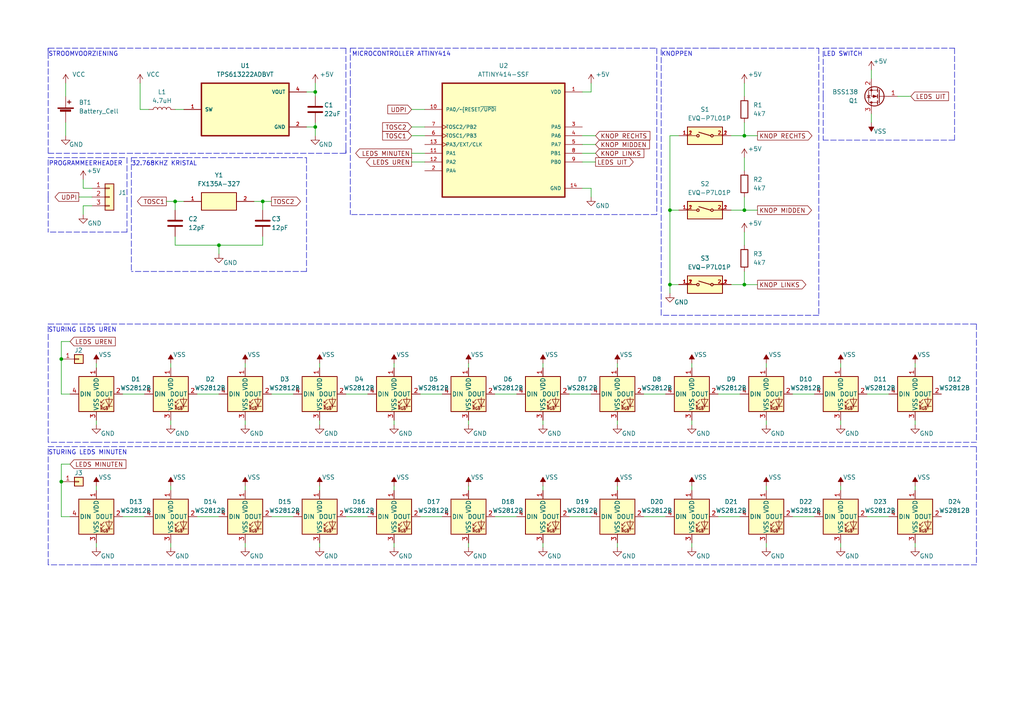
<source format=kicad_sch>
(kicad_sch (version 20211123) (generator eeschema)
  (paper "A4")
  (lib_symbols
    (symbol "ATTINY414-SSF:ATTINY414-SSF" (pin_names (offset 1.016))
      (property "Reference" "U" (at -17.78 16.24 0))
      (property "Value" "ATTINY414-SSF" (at -17.78 -21.78 0))
      (symbol "ATTINY414-SSF_0_0"
        (rectangle (start -17.78 -17.78) (end 17.78 15.24) (stroke (width 0.41)) (fill (type background)))
        (pin power_in line (at 22.86 12.7 180) (length 5.08) (name "VDD") (number "1"))
        (pin input line (at -22.86 7.62 0) (length 5.08) (name "PA0/~{RESET~{/UPDI}") (number "10"))
        (pin bidirectional line (at -22.86 -5.08 0) (length 5.08) (name "PA1") (number "11"))
        (pin bidirectional line (at -22.86 -7.62 0) (length 5.08) (name "PA2") (number "12"))
        (pin bidirectional clock (at -22.86 -2.54 0) (length 5.08) (name "PA3/EXT/CLK") (number "13"))
        (pin power_in line (at 22.86 -15.24 180) (length 5.08) (name "GND") (number "14"))
        (pin bidirectional line (at -22.86 -10.16 0) (length 5.08) (name "PA4") (number "2"))
        (pin bidirectional line (at 22.86 2.54 180) (length 5.08) (name "PA5") (number "3"))
        (pin bidirectional line (at 22.86 0 180) (length 5.08) (name "PA6") (number "4"))
        (pin bidirectional line (at 22.86 -2.54 180) (length 5.08) (name "PA7") (number "5"))
        (pin bidirectional clock (at -22.86 0 0) (length 5.08) (name "TOSC1/PB3") (number "6"))
        (pin bidirectional clock (at -22.86 2.54 0) (length 5.08) (name "TOSC2/PB2") (number "7"))
        (pin bidirectional line (at 22.86 -5.08 180) (length 5.08) (name "PB1") (number "8"))
        (pin bidirectional line (at 22.86 -7.62 180) (length 5.08) (name "PB0") (number "9"))
      )
    )
    (symbol "C_1" (pin_numbers hide) (pin_names (offset 0.254))
      (property "Reference" "C" (at 0.635 2.54 0))
      (property "Value" "C_1" (at 0.635 -2.54 0))
      (symbol "C_1_0_1"
        (polyline (pts (xy -2.032 -0.762) (xy 2.032 -0.762)) (stroke (width 0.508)))
        (polyline (pts (xy -2.032 0.762) (xy 2.032 0.762)) (stroke (width 0.508)))
      )
      (symbol "C_1_1_1"
        (pin passive line (at 0 3.81 270) (length 2.794) (name "~") (number "1"))
        (pin passive line (at 0 -3.81 90) (length 2.794) (name "~") (number "2"))
      )
    )
    (symbol "Connector_Generic:Conn_01x01" (pin_names (offset 1.016) hide)
      (property "Reference" "J" (at 0 2.54 0))
      (property "Value" "Conn_01x01" (at 0 -2.54 0))
      (symbol "Conn_01x01_1_1"
        (rectangle (start -1.27 0.127) (end 0 -0.127) (stroke (width 0.1524)))
        (rectangle (start -1.27 1.27) (end 1.27 -1.27) (stroke (width 0.254)) (fill (type background)))
        (pin passive line (at -5.08 0 0) (length 3.81) (name "Pin_1") (number "1"))
      )
    )
    (symbol "Connector_Generic:Conn_01x03" (pin_names (offset 1.016) hide)
      (property "Reference" "J" (at 0 5.08 0))
      (property "Value" "Conn_01x03" (at 0 -5.08 0))
      (symbol "Conn_01x03_1_1"
        (rectangle (start -1.27 -2.413) (end 0 -2.667) (stroke (width 0.1524)))
        (rectangle (start -1.27 0.127) (end 0 -0.127) (stroke (width 0.1524)))
        (rectangle (start -1.27 2.667) (end 0 2.413) (stroke (width 0.1524)))
        (rectangle (start -1.27 3.81) (end 1.27 -3.81) (stroke (width 0.254)) (fill (type background)))
        (pin passive line (at -5.08 2.54 0) (length 3.81) (name "Pin_1") (number "1"))
        (pin passive line (at -5.08 0 0) (length 3.81) (name "Pin_2") (number "2"))
        (pin passive line (at -5.08 -2.54 0) (length 3.81) (name "Pin_3") (number "3"))
      )
    )
    (symbol "Device:Battery_Cell" (pin_numbers hide) (pin_names (offset 0) hide)
      (property "Reference" "BT" (at 2.54 2.54 0))
      (property "Value" "Battery_Cell" (at 2.54 0 0))
      (symbol "Battery_Cell_0_1"
        (rectangle (start -2.286 1.778) (end 2.286 1.524) (fill (type outline)))
        (rectangle (start -1.5748 1.1938) (end 1.4732 0.6858) (fill (type outline)))
        (polyline (pts (xy 0 0.762) (xy 0 0)))
        (polyline (pts (xy 0 1.778) (xy 0 2.54)))
        (polyline (pts (xy 0.508 3.429) (xy 1.524 3.429)) (stroke (width 0.254)))
        (polyline (pts (xy 1.016 3.937) (xy 1.016 2.921)) (stroke (width 0.254)))
      )
      (symbol "Battery_Cell_1_1"
        (pin passive line (at 0 5.08 270) (length 2.54) (name "+") (number "1"))
        (pin passive line (at 0 -2.54 90) (length 2.54) (name "-") (number "2"))
      )
    )
    (symbol "Device:C" (pin_numbers hide) (pin_names (offset 0.254))
      (property "Reference" "C" (at 0.635 2.54 0))
      (property "Value" "C" (at 0.635 -2.54 0))
      (symbol "C_0_1"
        (polyline (pts (xy -2.032 -0.762) (xy 2.032 -0.762)) (stroke (width 0.508)))
        (polyline (pts (xy -2.032 0.762) (xy 2.032 0.762)) (stroke (width 0.508)))
      )
      (symbol "C_1_1"
        (pin passive line (at 0 3.81 270) (length 2.794) (name "~") (number "1"))
        (pin passive line (at 0 -3.81 90) (length 2.794) (name "~") (number "2"))
      )
    )
    (symbol "Device:L" (pin_numbers hide) (pin_names (offset 1.016) hide)
      (property "Reference" "L" (at -1.27 0 90))
      (property "Value" "L" (at 1.905 0 90))
      (symbol "L_0_1"
        (arc (start 0 -2.54) (mid 0.635 -1.905) (end 0 -1.27))
        (arc (start 0 -1.27) (mid 0.635 -0.635) (end 0 0))
        (arc (start 0 0) (mid 0.635 0.635) (end 0 1.27))
        (arc (start 0 1.27) (mid 0.635 1.905) (end 0 2.54))
      )
      (symbol "L_1_1"
        (pin passive line (at 0 3.81 270) (length 1.27) (name "1") (number "1"))
        (pin passive line (at 0 -3.81 90) (length 1.27) (name "2") (number "2"))
      )
    )
    (symbol "Device:R" (pin_numbers hide) (pin_names (offset 0))
      (property "Reference" "R" (at 2.032 0 90))
      (property "Value" "R" (at 0 0 90))
      (symbol "R_0_1"
        (rectangle (start -1.016 -2.54) (end 1.016 2.54) (stroke (width 0.254)))
      )
      (symbol "R_1_1"
        (pin passive line (at 0 3.81 270) (length 1.27) (name "~") (number "1"))
        (pin passive line (at 0 -3.81 90) (length 1.27) (name "~") (number "2"))
      )
    )
    (symbol "EVQ-P7L01P:EVQ-P7L01P" (pin_names (offset 1.016))
      (property "Reference" "S" (at -5.08 3.302 0))
      (property "Value" "EVQ-P7L01P" (at -5.08 -5.08 0))
      (symbol "EVQ-P7L01P_0_0"
        (rectangle (start -5.08 -2.54) (end 5.08 2.54) (stroke (width 0.254)) (fill (type background)))
        (circle (center -2.032 0) (radius 0.3592) (stroke (width 0.254)))
        (polyline (pts (xy 1.651 0) (xy -1.778 1.016)) (stroke (width 0.254)))
        (circle (center 2.032 0) (radius 0.3592) (stroke (width 0.254)))
        (pin passive line (at -7.62 0 0) (length 5.08) (name "~") (number "1_1"))
        (pin passive line (at -7.62 0 0) (length 5.08) (name "~") (number "1_2"))
        (pin passive line (at 7.62 0 180) (length 5.08) (name "~") (number "2_1"))
        (pin passive line (at 7.62 0 180) (length 5.08) (name "~") (number "2_2"))
      )
    )
    (symbol "FX135A-327:FX135A-327" (pin_names (offset 1.016))
      (property "Reference" "Y" (at -4.3227 3.3056 0))
      (property "Value" "FX135A-327" (at -4.5753 -4.5753 0))
      (symbol "FX135A-327_0_0"
        (rectangle (start -5.08 -2.54) (end 5.08 2.54) (stroke (width 0.254)) (fill (type background)))
        (pin passive line (at -10.16 0 0) (length 5.08) (name "~") (number "1"))
        (pin passive line (at 10.16 0 180) (length 5.08) (name "~") (number "2"))
      )
    )
    (symbol "LED:WS2812B" (pin_names (offset 0.254))
      (property "Reference" "D" (at 5.08 5.715 0))
      (property "Value" "WS2812B" (at 1.27 -5.715 0))
      (symbol "WS2812B_0_0"
        (text "RGB" (at 2.286 -4.191 0) (effects (font (size 0.762 0.762))))
      )
      (symbol "WS2812B_0_1"
        (polyline (pts (xy 1.27 -3.556) (xy 1.778 -3.556)))
        (polyline (pts (xy 1.27 -2.54) (xy 1.778 -2.54)))
        (polyline (pts (xy 4.699 -3.556) (xy 2.667 -3.556)))
        (polyline (pts (xy 2.286 -2.54) (xy 1.27 -3.556) (xy 1.27 -3.048)))
        (polyline (pts (xy 2.286 -1.524) (xy 1.27 -2.54) (xy 1.27 -2.032)))
        (polyline (pts (xy 3.683 -1.016) (xy 3.683 -3.556) (xy 3.683 -4.064)))
        (polyline (pts (xy 4.699 -1.524) (xy 2.667 -1.524) (xy 3.683 -3.556) (xy 4.699 -1.524)))
        (rectangle (start 5.08 5.08) (end -5.08 -5.08) (stroke (width 0.254)) (fill (type background)))
      )
      (symbol "WS2812B_1_1"
        (pin power_in line (at 0 7.62 270) (length 2.54) (name "VDD") (number "1"))
        (pin output line (at 7.62 0 180) (length 2.54) (name "DOUT") (number "2"))
        (pin power_in line (at 0 -7.62 90) (length 2.54) (name "VSS") (number "3"))
        (pin input line (at -7.62 0 0) (length 2.54) (name "DIN") (number "4"))
      )
    )
    (symbol "TPS613222ADBVT:TPS613222ADBVT" (pin_names (offset 1.016))
      (property "Reference" "U" (at -12.7 8.62 0))
      (property "Value" "TPS613222ADBVT" (at -12.7 -11.62 0))
      (symbol "TPS613222ADBVT_0_0"
        (rectangle (start -12.7 -7.62) (end 12.7 7.62) (stroke (width 0.41)) (fill (type background)))
        (pin bidirectional line (at -17.78 0 0) (length 5.08) (name "SW") (number "1"))
        (pin power_in line (at 17.78 -5.08 180) (length 5.08) (name "GND") (number "2"))
        (pin output line (at 17.78 5.08 180) (length 5.08) (name "VOUT") (number "4"))
      )
    )
    (symbol "Transistor_FET:BSS138" (pin_names hide)
      (property "Reference" "Q" (at 5.08 1.905 0))
      (property "Value" "BSS138" (at 5.08 0 0))
      (symbol "BSS138_0_1"
        (polyline (pts (xy 0.254 0) (xy -2.54 0)))
        (polyline (pts (xy 0.254 1.905) (xy 0.254 -1.905)) (stroke (width 0.254)))
        (polyline (pts (xy 0.762 -1.27) (xy 0.762 -2.286)) (stroke (width 0.254)))
        (polyline (pts (xy 0.762 0.508) (xy 0.762 -0.508)) (stroke (width 0.254)))
        (polyline (pts (xy 0.762 2.286) (xy 0.762 1.27)) (stroke (width 0.254)))
        (polyline (pts (xy 2.54 2.54) (xy 2.54 1.778)))
        (polyline (pts (xy 2.54 -2.54) (xy 2.54 0) (xy 0.762 0)))
        (polyline (pts (xy 0.762 -1.778) (xy 3.302 -1.778) (xy 3.302 1.778) (xy 0.762 1.778)))
        (polyline (pts (xy 1.016 0) (xy 2.032 0.381) (xy 2.032 -0.381) (xy 1.016 0)) (fill (type outline)))
        (polyline (pts (xy 2.794 0.508) (xy 2.921 0.381) (xy 3.683 0.381) (xy 3.81 0.254)))
        (polyline (pts (xy 3.302 0.381) (xy 2.921 -0.254) (xy 3.683 -0.254) (xy 3.302 0.381)))
        (circle (center 1.651 0) (radius 2.794) (stroke (width 0.254)))
        (circle (center 2.54 -1.778) (radius 0.254) (fill (type outline)))
        (circle (center 2.54 1.778) (radius 0.254) (fill (type outline)))
      )
      (symbol "BSS138_1_1"
        (pin input line (at -5.08 0 0) (length 2.54) (name "G") (number "1"))
        (pin passive line (at 2.54 -5.08 90) (length 2.54) (name "S") (number "2"))
        (pin passive line (at 2.54 5.08 270) (length 2.54) (name "D") (number "3"))
      )
    )
    (symbol "power:+5V" (power) (pin_names (offset 0))
      (property "Value" "+5V" (at 0 3.556 0))
      (symbol "+5V_0_1"
        (polyline (pts (xy -0.762 1.27) (xy 0 2.54)))
        (polyline (pts (xy 0 0) (xy 0 2.54)))
        (polyline (pts (xy 0 2.54) (xy 0.762 1.27)))
      )
      (symbol "+5V_1_1"
        (pin power_in line (at 0 0 90) (length 0) hide (name "+5V") (number "1"))
      )
    )
    (symbol "power:GND" (power) (pin_names (offset 0))
      (property "Value" "GND" (at 0 -3.81 0))
      (symbol "GND_0_1"
        (polyline (pts (xy 0 0) (xy 0 -1.27) (xy 1.27 -1.27) (xy 0 -2.54) (xy -1.27 -1.27) (xy 0 -1.27)))
      )
      (symbol "GND_1_1"
        (pin power_in line (at 0 0 270) (length 0) hide (name "GND") (number "1"))
      )
    )
    (symbol "power:VCC" (power) (pin_names (offset 0))
      (property "Value" "VCC" (at 0 3.81 0))
      (symbol "VCC_0_1"
        (polyline (pts (xy -0.762 1.27) (xy 0 2.54)))
        (polyline (pts (xy 0 0) (xy 0 2.54)))
        (polyline (pts (xy 0 2.54) (xy 0.762 1.27)))
      )
      (symbol "VCC_1_1"
        (pin power_in line (at 0 0 90) (length 0) hide (name "VCC") (number "1"))
      )
    )
    (symbol "power:VSS" (power) (pin_names (offset 0))
      (property "Value" "VSS" (at 0 3.81 0))
      (symbol "VSS_0_1"
        (polyline (pts (xy 0 0) (xy 0 2.54)))
        (polyline (pts (xy 0.762 1.27) (xy -0.762 1.27) (xy 0 2.54) (xy 0.762 1.27)) (fill (type outline)))
      )
      (symbol "VSS_1_1"
        (pin power_in line (at 0 0 90) (length 0) hide (name "VSS") (number "1"))
      )
    )
  )
  (junction (at 50.8 58.42))
  (junction (at 76.2 58.42))
  (junction (at 194.31 60.96))
  (junction (at 194.31 82.55))
  (junction (at 215.9 82.55))
  (junction (at 91.44 26.67))
  (junction (at 215.9 60.96))
  (junction (at 17.78 139.7))
  (junction (at 17.78 104.14))
  (junction (at 63.5 71.12))
  (junction (at 91.44 36.83))
  (junction (at 215.9 39.37))
  (wire (pts (xy 35.56 149.86) (xy 41.91 149.86)))
  (wire (pts (xy 91.44 26.67) (xy 91.44 24.13)))
  (wire (pts (xy 49.53 157.48) (xy 49.53 158.75)))
  (polyline (pts (xy 27.94 163.83) (xy 13.97 163.83)))
  (wire (pts (xy 251.46 149.86) (xy 257.81 149.86)))
  (wire (pts (xy 200.66 142.24) (xy 200.66 140.97)))
  (wire (pts (xy 49.53 121.92) (xy 49.53 123.19)))
  (polyline (pts (xy 13.97 93.98) (xy 283.21 93.98)))
  (polyline (pts (xy 13.97 13.97) (xy 13.97 15.24)))
  (wire (pts (xy 212.09 60.96) (xy 215.9 60.96)))
  (wire (pts (xy 215.9 57.15) (xy 215.9 60.96)))
  (wire (pts (xy 91.44 36.83) (xy 88.9 36.83)))
  (wire (pts (xy 171.45 54.61) (xy 171.45 57.15)))
  (polyline (pts (xy 38.1 58.42) (xy 38.1 78.74)))
  (polyline (pts (xy 101.6 26.67) (xy 101.6 13.97)))
  (wire (pts (xy 222.25 121.92) (xy 222.25 123.19)))
  (wire (pts (xy 157.48 142.24) (xy 157.48 140.97)))
  (polyline (pts (xy 27.94 128.27) (xy 283.21 128.27)))
  (wire (pts (xy 50.8 60.96) (xy 50.8 58.42)))
  (wire (pts (xy 186.69 149.86) (xy 193.04 149.86)))
  (wire (pts (xy 92.71 121.92) (xy 92.71 123.19)))
  (wire (pts (xy 76.2 60.96) (xy 76.2 58.42)))
  (wire (pts (xy 215.9 39.37) (xy 219.71 39.37)))
  (wire (pts (xy 48.26 58.42) (xy 50.8 58.42)))
  (wire (pts (xy 114.3 121.92) (xy 114.3 123.19)))
  (wire (pts (xy 119.38 31.75) (xy 123.19 31.75)))
  (polyline (pts (xy 237.49 91.44) (xy 191.77 91.44)))
  (polyline (pts (xy 13.97 57.15) (xy 13.97 67.31)))
  (wire (pts (xy 24.13 59.69) (xy 26.67 59.69)))
  (wire (pts (xy 215.9 78.74) (xy 215.9 82.55)))
  (polyline (pts (xy 36.83 45.72) (xy 36.83 67.31)))
  (wire (pts (xy 251.46 114.3) (xy 257.81 114.3)))
  (wire (pts (xy 179.07 121.92) (xy 179.07 123.19)))
  (wire (pts (xy 222.25 106.68) (xy 222.25 105.41)))
  (wire (pts (xy 171.45 24.13) (xy 171.45 26.67)))
  (polyline (pts (xy 88.9 45.72) (xy 88.9 78.74)))
  (wire (pts (xy 135.89 157.48) (xy 135.89 158.75)))
  (wire (pts (xy 243.84 142.24) (xy 243.84 140.97)))
  (wire (pts (xy 71.12 106.68) (xy 71.12 105.41)))
  (wire (pts (xy 179.07 106.68) (xy 179.07 105.41)))
  (wire (pts (xy 17.78 104.14) (xy 17.78 114.3)))
  (polyline (pts (xy 13.97 128.27) (xy 13.97 93.98)))
  (wire (pts (xy 168.91 41.91) (xy 172.72 41.91)))
  (wire (pts (xy 194.31 60.96) (xy 196.85 60.96)))
  (wire (pts (xy 17.78 149.86) (xy 20.32 149.86)))
  (wire (pts (xy 208.28 149.86) (xy 214.63 149.86)))
  (polyline (pts (xy 276.86 13.97) (xy 276.86 40.64)))
  (wire (pts (xy 27.94 106.68) (xy 27.94 105.41)))
  (wire (pts (xy 265.43 142.24) (xy 265.43 140.97)))
  (wire (pts (xy 200.66 157.48) (xy 200.66 158.75)))
  (polyline (pts (xy 88.9 78.74) (xy 38.1 78.74)))
  (wire (pts (xy 215.9 24.13) (xy 215.9 27.94)))
  (wire (pts (xy 179.07 157.48) (xy 179.07 158.75)))
  (wire (pts (xy 19.05 35.56) (xy 19.05 39.37)))
  (wire (pts (xy 200.66 106.68) (xy 200.66 105.41)))
  (wire (pts (xy 186.69 114.3) (xy 193.04 114.3)))
  (wire (pts (xy 194.31 82.55) (xy 196.85 82.55)))
  (wire (pts (xy 88.9 26.67) (xy 91.44 26.67)))
  (polyline (pts (xy 27.94 163.83) (xy 283.21 163.83)))
  (polyline (pts (xy 100.33 13.97) (xy 100.33 44.45)))
  (wire (pts (xy 63.5 71.12) (xy 76.2 71.12)))
  (wire (pts (xy 92.71 157.48) (xy 92.71 158.75)))
  (wire (pts (xy 194.31 60.96) (xy 194.31 82.55)))
  (wire (pts (xy 17.78 139.7) (xy 17.78 149.86)))
  (wire (pts (xy 71.12 142.24) (xy 71.12 140.97)))
  (polyline (pts (xy 13.97 44.45) (xy 13.97 13.97)))
  (polyline (pts (xy 283.21 129.54) (xy 283.21 163.83)))
  (wire (pts (xy 135.89 106.68) (xy 135.89 105.41)))
  (wire (pts (xy 165.1 149.86) (xy 171.45 149.86)))
  (wire (pts (xy 168.91 44.45) (xy 172.72 44.45)))
  (polyline (pts (xy 283.21 93.98) (xy 283.21 128.27)))
  (wire (pts (xy 172.72 46.99) (xy 168.91 46.99)))
  (polyline (pts (xy 101.6 26.67) (xy 101.6 62.23)))
  (wire (pts (xy 264.16 27.94) (xy 260.35 27.94)))
  (wire (pts (xy 157.48 157.48) (xy 157.48 158.75)))
  (polyline (pts (xy 13.97 44.45) (xy 100.33 44.45)))
  (polyline (pts (xy 238.76 27.94) (xy 238.76 40.64)))
  (wire (pts (xy 114.3 106.68) (xy 114.3 105.41)))
  (wire (pts (xy 157.48 106.68) (xy 157.48 105.41)))
  (wire (pts (xy 123.19 44.45) (xy 119.38 44.45)))
  (wire (pts (xy 100.33 149.86) (xy 106.68 149.86)))
  (polyline (pts (xy 13.97 163.83) (xy 13.97 129.54)))
  (wire (pts (xy 212.09 82.55) (xy 215.9 82.55)))
  (wire (pts (xy 100.33 114.3) (xy 106.68 114.3)))
  (wire (pts (xy 73.66 58.42) (xy 76.2 58.42)))
  (wire (pts (xy 24.13 54.61) (xy 26.67 54.61)))
  (polyline (pts (xy 276.86 40.64) (xy 238.76 40.64)))
  (wire (pts (xy 24.13 52.07) (xy 24.13 54.61)))
  (wire (pts (xy 265.43 106.68) (xy 265.43 105.41)))
  (wire (pts (xy 179.07 142.24) (xy 179.07 140.97)))
  (wire (pts (xy 50.8 58.42) (xy 53.34 58.42)))
  (wire (pts (xy 57.15 149.86) (xy 63.5 149.86)))
  (wire (pts (xy 91.44 35.56) (xy 91.44 36.83)))
  (polyline (pts (xy 13.97 45.72) (xy 36.83 45.72)))
  (wire (pts (xy 19.05 24.13) (xy 19.05 27.94)))
  (wire (pts (xy 123.19 39.37) (xy 119.38 39.37)))
  (wire (pts (xy 123.19 36.83) (xy 119.38 36.83)))
  (wire (pts (xy 50.8 71.12) (xy 63.5 71.12)))
  (wire (pts (xy 50.8 31.75) (xy 53.34 31.75)))
  (wire (pts (xy 40.64 31.75) (xy 40.64 24.13)))
  (polyline (pts (xy 27.94 128.27) (xy 13.97 128.27)))
  (wire (pts (xy 243.84 106.68) (xy 243.84 105.41)))
  (wire (pts (xy 229.87 114.3) (xy 236.22 114.3)))
  (polyline (pts (xy 190.5 62.23) (xy 101.6 62.23)))
  (polyline (pts (xy 13.97 57.15) (xy 13.97 45.72)))
  (wire (pts (xy 252.73 20.32) (xy 252.73 22.86)))
  (wire (pts (xy 114.3 157.48) (xy 114.3 158.75)))
  (wire (pts (xy 121.92 114.3) (xy 128.27 114.3)))
  (wire (pts (xy 215.9 67.31) (xy 215.9 71.12)))
  (wire (pts (xy 229.87 149.86) (xy 236.22 149.86)))
  (polyline (pts (xy 238.76 13.97) (xy 276.86 13.97)))
  (polyline (pts (xy 38.1 45.72) (xy 88.9 45.72)))
  (wire (pts (xy 92.71 106.68) (xy 92.71 105.41)))
  (wire (pts (xy 135.89 121.92) (xy 135.89 123.19)))
  (wire (pts (xy 20.32 134.62) (xy 17.78 134.62)))
  (polyline (pts (xy 101.6 13.97) (xy 190.5 13.97)))
  (wire (pts (xy 171.45 26.67) (xy 168.91 26.67)))
  (wire (pts (xy 212.09 39.37) (xy 215.9 39.37)))
  (wire (pts (xy 121.92 149.86) (xy 128.27 149.86)))
  (wire (pts (xy 71.12 121.92) (xy 71.12 123.19)))
  (wire (pts (xy 252.73 33.02) (xy 252.73 35.56)))
  (wire (pts (xy 76.2 71.12) (xy 76.2 68.58)))
  (wire (pts (xy 196.85 39.37) (xy 194.31 39.37)))
  (wire (pts (xy 57.15 114.3) (xy 63.5 114.3)))
  (wire (pts (xy 222.25 157.48) (xy 222.25 158.75)))
  (wire (pts (xy 114.3 142.24) (xy 114.3 140.97)))
  (wire (pts (xy 91.44 26.67) (xy 91.44 27.94)))
  (wire (pts (xy 265.43 121.92) (xy 265.43 123.19)))
  (wire (pts (xy 49.53 142.24) (xy 49.53 140.97)))
  (wire (pts (xy 27.94 123.19) (xy 27.94 121.92)))
  (wire (pts (xy 92.71 142.24) (xy 92.71 140.97)))
  (wire (pts (xy 215.9 35.56) (xy 215.9 39.37)))
  (polyline (pts (xy 38.1 58.42) (xy 38.1 45.72)))
  (polyline (pts (xy 36.83 67.31) (xy 13.97 67.31)))
  (wire (pts (xy 91.44 36.83) (xy 91.44 39.37)))
  (wire (pts (xy 165.1 114.3) (xy 171.45 114.3)))
  (wire (pts (xy 123.19 46.99) (xy 119.38 46.99)))
  (wire (pts (xy 17.78 114.3) (xy 20.32 114.3)))
  (polyline (pts (xy 190.5 13.97) (xy 190.5 62.23)))
  (wire (pts (xy 17.78 99.06) (xy 17.78 104.14)))
  (wire (pts (xy 24.13 62.23) (xy 24.13 59.69)))
  (wire (pts (xy 215.9 82.55) (xy 219.71 82.55)))
  (wire (pts (xy 43.18 31.75) (xy 40.64 31.75)))
  (wire (pts (xy 22.86 57.15) (xy 26.67 57.15)))
  (wire (pts (xy 222.25 142.24) (xy 222.25 140.97)))
  (polyline (pts (xy 207.01 13.97) (xy 237.49 13.97)))
  (wire (pts (xy 168.91 39.37) (xy 172.72 39.37)))
  (wire (pts (xy 194.31 82.55) (xy 194.31 85.09)))
  (polyline (pts (xy 191.77 91.44) (xy 191.77 13.97)))
  (wire (pts (xy 78.74 114.3) (xy 85.09 114.3)))
  (wire (pts (xy 194.31 39.37) (xy 194.31 60.96)))
  (wire (pts (xy 208.28 114.3) (xy 214.63 114.3)))
  (wire (pts (xy 215.9 60.96) (xy 219.71 60.96)))
  (wire (pts (xy 35.56 114.3) (xy 41.91 114.3)))
  (wire (pts (xy 243.84 121.92) (xy 243.84 123.19)))
  (wire (pts (xy 63.5 71.12) (xy 63.5 73.66)))
  (wire (pts (xy 49.53 106.68) (xy 49.53 105.41)))
  (wire (pts (xy 50.8 68.58) (xy 50.8 71.12)))
  (wire (pts (xy 215.9 45.72) (xy 215.9 49.53)))
  (wire (pts (xy 76.2 58.42) (xy 78.74 58.42)))
  (wire (pts (xy 27.94 142.24) (xy 27.94 140.97)))
  (wire (pts (xy 71.12 157.48) (xy 71.12 158.75)))
  (wire (pts (xy 200.66 121.92) (xy 200.66 123.19)))
  (wire (pts (xy 243.84 157.48) (xy 243.84 158.75)))
  (polyline (pts (xy 100.33 44.45) (xy 100.33 43.18)))
  (polyline (pts (xy 13.97 129.54) (xy 283.21 129.54)))
  (polyline (pts (xy 237.49 13.97) (xy 237.49 91.44)))
  (wire (pts (xy 143.51 114.3) (xy 149.86 114.3)))
  (polyline (pts (xy 191.77 13.97) (xy 207.01 13.97)))
  (polyline (pts (xy 238.76 27.94) (xy 238.76 13.97)))
  (wire (pts (xy 265.43 157.48) (xy 265.43 158.75)))
  (wire (pts (xy 171.45 54.61) (xy 168.91 54.61)))
  (wire (pts (xy 27.94 158.75) (xy 27.94 157.48)))
  (wire (pts (xy 78.74 149.86) (xy 85.09 149.86)))
  (wire (pts (xy 143.51 149.86) (xy 149.86 149.86)))
  (wire (pts (xy 17.78 134.62) (xy 17.78 139.7)))
  (polyline (pts (xy 100.33 13.97) (xy 13.97 13.97)))
  (wire (pts (xy 20.32 99.06) (xy 17.78 99.06)))
  (wire (pts (xy 157.48 121.92) (xy 157.48 123.19)))
  (wire (pts (xy 135.89 142.24) (xy 135.89 140.97)))
  (text "32.768KHZ KRISTAL" (at 38.1 48.26 0) (effects (font (size 1.27 1.27)) (justify left bottom)))
  (text "KNOPPEN" (at 191.77 16.51 0) (effects (font (size 1.27 1.27)) (justify left bottom)))
  (text "STURING LEDS UREN\n" (at 13.97 96.52 0) (effects (font (size 1.27 1.27)) (justify left bottom)))
  (text "STROOMVOORZIENING" (at 34.29 16.51 180) (effects (font (size 1.27 1.27)) (justify right bottom)))
  (text "LED SWITCH" (at 238.76 16.51 0) (effects (font (size 1.27 1.27)) (justify left bottom)))
  (text "PROGRAMMEERHEADER" (at 35.56 48.26 180) (effects (font (size 1.27 1.27)) (justify right bottom)))
  (text "STURING LEDS MINUTEN\n" (at 13.97 132.08 0) (effects (font (size 1.27 1.27)) (justify left bottom)))
  (text "MICROCONTROLLER ATTINY414" (at 130.81 16.51 180) (effects (font (size 1.27 1.27)) (justify right bottom)))
  (global_label "LEDS UIT" (shape output) (at 172.72 46.99 0) (property "Intersheet References" "${INTERSHEET_REFS}" (effects hide)))
  (global_label "KNOP RECHTS" (shape output) (at 219.71 39.37 0) (property "Intersheet References" "${INTERSHEET_REFS}" (effects hide)))
  (global_label "LEDS UIT" (shape input) (at 264.16 27.94 0) (property "Intersheet References" "${INTERSHEET_REFS}" (effects hide)))
  (global_label "TOSC2" (shape output) (at 78.74 58.42 0) (property "Intersheet References" "${INTERSHEET_REFS}" (effects hide)))
  (global_label "KNOP LINKS" (shape input) (at 172.72 44.45 0) (property "Intersheet References" "${INTERSHEET_REFS}" (effects hide)))
  (global_label "KNOP MIDDEN" (shape output) (at 219.71 60.96 0) (property "Intersheet References" "${INTERSHEET_REFS}" (effects hide)))
  (global_label "LEDS MINUTEN" (shape input) (at 20.32 134.62 0) (property "Intersheet References" "${INTERSHEET_REFS}" (effects hide)))
  (global_label "KNOP RECHTS" (shape input) (at 172.72 39.37 0) (property "Intersheet References" "${INTERSHEET_REFS}" (effects hide)))
  (global_label "UDPI" (shape input) (at 119.38 31.75 180) (property "Intersheet References" "${INTERSHEET_REFS}" (effects hide)))
  (global_label "UDPI" (shape output) (at 22.86 57.15 180) (property "Intersheet References" "${INTERSHEET_REFS}" (effects hide)))
  (global_label "LEDS UREN" (shape output) (at 119.38 46.99 180) (property "Intersheet References" "${INTERSHEET_REFS}" (effects hide)))
  (global_label "KNOP MIDDEN" (shape input) (at 172.72 41.91 0) (property "Intersheet References" "${INTERSHEET_REFS}" (effects hide)))
  (global_label "TOSC1" (shape input) (at 119.38 39.37 180) (property "Intersheet References" "${INTERSHEET_REFS}" (effects hide)))
  (global_label "KNOP LINKS" (shape output) (at 219.71 82.55 0) (property "Intersheet References" "${INTERSHEET_REFS}" (effects hide)))
  (global_label "LEDS MINUTEN" (shape output) (at 119.38 44.45 180) (property "Intersheet References" "${INTERSHEET_REFS}" (effects hide)))
  (global_label "LEDS UREN" (shape input) (at 20.32 99.06 0) (property "Intersheet References" "${INTERSHEET_REFS}" (effects hide)))
  (global_label "TOSC2" (shape input) (at 119.38 36.83 180) (property "Intersheet References" "${INTERSHEET_REFS}" (effects hide)))
  (global_label "TOSC1" (shape output) (at 48.26 58.42 180) (property "Intersheet References" "${INTERSHEET_REFS}" (effects hide)))
  (symbol (lib_id "power:VSS") (at 71.12 140.97 0) (unit 1)
    (property "Reference" "#PWR012" (effects hide))
    (property "Value" "VSS" (at 73.66 138.43 0))
  )
  (symbol (lib_id "LED:WS2812B") (at 71.12 149.86 0) (unit 1)
    (property "Reference" "D15" (at 82.55 145.5293 0))
    (property "Value" "WS2812B" (at 82.55 148.0693 0))
    (property "Footprint" "LED_SMD:LED_WS2812B-2020_PLCC4_2.0x2.0mm" (effects hide))
    (property "Datasheet" "https://cdn-shop.adafruit.com/datasheets/WS2812B.pdf" (effects hide))
  )
  (symbol (lib_id "LED:WS2812B") (at 27.94 149.86 0) (unit 1)
    (property "Reference" "D13" (at 39.37 145.5293 0))
    (property "Value" "WS2812B" (at 39.37 148.0693 0))
    (property "Footprint" "LED_SMD:LED_WS2812B-2020_PLCC4_2.0x2.0mm" (effects hide))
    (property "Datasheet" "https://cdn-shop.adafruit.com/datasheets/WS2812B.pdf" (effects hide))
  )
  (symbol (lib_id "power:VSS") (at 157.48 105.41 0) (unit 1)
    (property "Reference" "#PWR019" (effects hide))
    (property "Value" "VSS" (at 160.02 102.87 0))
  )
  (symbol (lib_id "power:+5V") (at 91.44 24.13 0) (unit 1)
    (property "Reference" "#PWR0116" (effects hide))
    (property "Value" "+5V" (at 92.71 21.59 0) (effects (justify left)))
  )
  (symbol (lib_id "power:VSS") (at 135.89 140.97 0) (unit 1)
    (property "Reference" "#PWR018" (effects hide))
    (property "Value" "VSS" (at 138.43 138.43 0))
  )
  (symbol (lib_id "power:GND") (at 92.71 158.75 0) (mirror y) (unit 1)
    (property "Reference" "#PWR0140" (effects hide))
    (property "Value" "GND" (at 93.98 161.29 0) (effects (justify right)))
  )
  (symbol (lib_id "power:GND") (at 49.53 158.75 0) (mirror y) (unit 1)
    (property "Reference" "#PWR0121" (effects hide))
    (property "Value" "GND" (at 50.8 161.29 0) (effects (justify right)))
  )
  (symbol (lib_id "power:GND") (at 27.94 158.75 0) (mirror y) (unit 1)
    (property "Reference" "#PWR0119" (effects hide))
    (property "Value" "GND" (at 29.21 161.29 0) (effects (justify right)))
  )
  (symbol (lib_id "Device:C") (at 50.8 64.77 0) (unit 1)
    (property "Reference" "C2" (at 54.61 63.5 0) (effects (justify left)))
    (property "Value" "12pF" (at 54.61 66.04 0) (effects (justify left)))
    (property "Footprint" "Capacitor_SMD:C_0805_2012Metric_Pad1.18x1.45mm_HandSolder" (effects hide))
  )
  (symbol (lib_id "power:VSS") (at 200.66 105.41 0) (unit 1)
    (property "Reference" "#PWR026" (effects hide))
    (property "Value" "VSS" (at 203.2 102.87 0))
  )
  (symbol (lib_id "power:GND") (at 243.84 158.75 0) (mirror y) (unit 1)
    (property "Reference" "#PWR0134" (effects hide))
    (property "Value" "GND" (at 245.11 161.29 0) (effects (justify right)))
  )
  (symbol (lib_id "power:GND") (at 179.07 158.75 0) (mirror y) (unit 1)
    (property "Reference" "#PWR0124" (effects hide))
    (property "Value" "GND" (at 180.34 161.29 0) (effects (justify right)))
  )
  (symbol (lib_id "LED:WS2812B") (at 222.25 149.86 0) (unit 1)
    (property "Reference" "D22" (at 233.68 145.5293 0))
    (property "Value" "WS2812B" (at 233.68 148.0693 0))
    (property "Footprint" "LED_SMD:LED_WS2812B-2020_PLCC4_2.0x2.0mm" (effects hide))
    (property "Datasheet" "https://cdn-shop.adafruit.com/datasheets/WS2812B.pdf" (effects hide))
  )
  (symbol (lib_id "power:VSS") (at 27.94 140.97 0) (unit 1)
    (property "Reference" "#PWR06" (effects hide))
    (property "Value" "VSS" (at 30.48 138.43 0))
  )
  (symbol (lib_id "LED:WS2812B") (at 49.53 149.86 0) (unit 1)
    (property "Reference" "D14" (at 60.96 145.5293 0))
    (property "Value" "WS2812B" (at 60.96 148.0693 0))
    (property "Footprint" "LED_SMD:LED_WS2812B-2020_PLCC4_2.0x2.0mm" (effects hide))
    (property "Datasheet" "https://cdn-shop.adafruit.com/datasheets/WS2812B.pdf" (effects hide))
  )
  (symbol (lib_id "Device:Battery_Cell") (at 19.05 33.02 0) (unit 1)
    (property "Reference" "BT1" (at 22.86 29.7179 0) (effects (justify left)))
    (property "Value" "Battery_Cell" (at 22.86 32.2579 0) (effects (justify left)))
  )
  (symbol (lib_id "LED:WS2812B") (at 135.89 114.3 0) (unit 1)
    (property "Reference" "D6" (at 147.32 109.9693 0))
    (property "Value" "WS2812B" (at 147.32 112.5093 0))
    (property "Footprint" "LED_SMD:LED_WS2812B-2020_PLCC4_2.0x2.0mm" (effects hide))
    (property "Datasheet" "https://cdn-shop.adafruit.com/datasheets/WS2812B.pdf" (effects hide))
  )
  (symbol (lib_id "power:VSS") (at 243.84 105.41 0) (unit 1)
    (property "Reference" "#PWR033" (effects hide))
    (property "Value" "VSS" (at 246.38 102.87 0))
  )
  (symbol (lib_id "power:GND") (at 27.94 123.19 0) (mirror y) (unit 1)
    (property "Reference" "#PWR0117" (effects hide))
    (property "Value" "GND" (at 29.21 125.73 0) (effects (justify right)))
  )
  (symbol (lib_id "power:VSS") (at 49.53 105.41 0) (unit 1)
    (property "Reference" "#PWR08" (effects hide))
    (property "Value" "VSS" (at 52.07 102.87 0))
  )
  (symbol (lib_id "LED:WS2812B") (at 27.94 114.3 0) (unit 1)
    (property "Reference" "D1" (at 39.37 109.9693 0))
    (property "Value" "WS2812B" (at 39.37 112.5093 0))
    (property "Footprint" "LED_SMD:LED_WS2812B-2020_PLCC4_2.0x2.0mm" (effects hide))
    (property "Datasheet" "https://cdn-shop.adafruit.com/datasheets/WS2812B.pdf" (effects hide))
  )
  (symbol (lib_id "power:VCC") (at 19.05 24.13 0) (unit 1)
    (property "Reference" "#PWR01" (effects hide))
    (property "Value" "VCC" (at 22.86 21.59 0))
  )
  (symbol (lib_id "power:GND") (at 49.53 123.19 0) (mirror y) (unit 1)
    (property "Reference" "#PWR0113" (effects hide))
    (property "Value" "GND" (at 50.8 125.73 0) (effects (justify right)))
  )
  (symbol (lib_id "power:VSS") (at 92.71 140.97 0) (unit 1)
    (property "Reference" "#PWR014" (effects hide))
    (property "Value" "VSS" (at 95.25 138.43 0))
  )
  (symbol (lib_id "LED:WS2812B") (at 179.07 114.3 0) (unit 1)
    (property "Reference" "D8" (at 190.5 109.9693 0))
    (property "Value" "WS2812B" (at 190.5 112.5093 0))
    (property "Footprint" "LED_SMD:LED_WS2812B-2020_PLCC4_2.0x2.0mm" (effects hide))
    (property "Datasheet" "https://cdn-shop.adafruit.com/datasheets/WS2812B.pdf" (effects hide))
  )
  (symbol (lib_id "LED:WS2812B") (at 114.3 149.86 0) (unit 1)
    (property "Reference" "D17" (at 125.73 145.5293 0))
    (property "Value" "WS2812B" (at 125.73 148.0693 0))
    (property "Footprint" "LED_SMD:LED_WS2812B-2020_PLCC4_2.0x2.0mm" (effects hide))
    (property "Datasheet" "https://cdn-shop.adafruit.com/datasheets/WS2812B.pdf" (effects hide))
  )
  (symbol (lib_id "power:GND") (at 157.48 123.19 0) (mirror y) (unit 1)
    (property "Reference" "#PWR0106" (effects hide))
    (property "Value" "GND" (at 158.75 125.73 0) (effects (justify right)))
  )
  (symbol (lib_id "power:GND") (at 179.07 123.19 0) (mirror y) (unit 1)
    (property "Reference" "#PWR0131" (effects hide))
    (property "Value" "GND" (at 180.34 125.73 0) (effects (justify right)))
  )
  (symbol (lib_id "Connector_Generic:Conn_01x03") (at 31.75 57.15 0) (unit 1)
    (property "Reference" "J1" (at 34.29 55.8799 0) (effects (justify left)))
    (property "Value" "Conn_01x03" (effects hide))
    (property "Footprint" "Connector_PinHeader_1.00mm:PinHeader_1x03_P1.00mm_Vertical" (effects hide))
  )
  (symbol (lib_id "power:+5V") (at 215.9 67.31 0) (unit 1)
    (property "Reference" "#PWR030" (effects hide))
    (property "Value" "+5V" (at 220.98 64.77 0) (effects (justify right)))
  )
  (symbol (lib_id "power:GND") (at 114.3 158.75 0) (mirror y) (unit 1)
    (property "Reference" "#PWR0101" (effects hide))
    (property "Value" "GND" (at 115.57 161.29 0) (effects (justify right)))
  )
  (symbol (lib_id "power:VSS") (at 114.3 140.97 0) (unit 1)
    (property "Reference" "#PWR016" (effects hide))
    (property "Value" "VSS" (at 116.84 138.43 0))
  )
  (symbol (lib_id "LED:WS2812B") (at 243.84 149.86 0) (unit 1)
    (property "Reference" "D23" (at 255.27 145.5293 0))
    (property "Value" "WS2812B" (at 255.27 148.0693 0))
    (property "Footprint" "LED_SMD:LED_WS2812B-2020_PLCC4_2.0x2.0mm" (effects hide))
    (property "Datasheet" "https://cdn-shop.adafruit.com/datasheets/WS2812B.pdf" (effects hide))
  )
  (symbol (lib_id "power:VSS") (at 222.25 105.41 0) (unit 1)
    (property "Reference" "#PWR031" (effects hide))
    (property "Value" "VSS" (at 224.79 102.87 0))
  )
  (symbol (lib_id "EVQ-P7L01P:EVQ-P7L01P") (at 204.47 39.37 0) (unit 1)
    (property "Reference" "S1" (at 204.47 31.75 0))
    (property "Value" "EVQ-P7L01P" (at 205.74 34.29 0))
    (property "Footprint" "EVQ-P7L01P:SW_EVQ-P7L01P" (effects hide))
    (property "PARTREV" "N/A" (effects hide))
    (property "MAXIMUM_PACKAGE_HIEGHT" "1.35mm" (effects hide))
    (property "STANDARD" "Manufacturer Recommendations" (effects hide))
    (property "MANUFACTURER" "PANASONIC" (effects hide))
  )
  (symbol (lib_id "LED:WS2812B") (at 243.84 114.3 0) (unit 1)
    (property "Reference" "D11" (at 255.27 109.9693 0))
    (property "Value" "WS2812B" (at 255.27 112.5093 0))
    (property "Footprint" "LED_SMD:LED_WS2812B-2020_PLCC4_2.0x2.0mm" (effects hide))
    (property "Datasheet" "https://cdn-shop.adafruit.com/datasheets/WS2812B.pdf" (effects hide))
  )
  (symbol (lib_id "LED:WS2812B") (at 222.25 114.3 0) (unit 1)
    (property "Reference" "D10" (at 233.68 109.9693 0))
    (property "Value" "WS2812B" (at 233.68 112.5093 0))
    (property "Footprint" "LED_SMD:LED_WS2812B-2020_PLCC4_2.0x2.0mm" (effects hide))
    (property "Datasheet" "https://cdn-shop.adafruit.com/datasheets/WS2812B.pdf" (effects hide))
  )
  (symbol (lib_id "power:VSS") (at 243.84 140.97 0) (unit 1)
    (property "Reference" "#PWR034" (effects hide))
    (property "Value" "VSS" (at 246.38 138.43 0))
  )
  (symbol (lib_id "power:VSS") (at 114.3 105.41 0) (unit 1)
    (property "Reference" "#PWR015" (effects hide))
    (property "Value" "VSS" (at 116.84 102.87 0))
  )
  (symbol (lib_id "LED:WS2812B") (at 114.3 114.3 0) (unit 1)
    (property "Reference" "D5" (at 125.73 109.9693 0))
    (property "Value" "WS2812B" (at 125.73 112.5093 0))
    (property "Footprint" "LED_SMD:LED_WS2812B-2020_PLCC4_2.0x2.0mm" (effects hide))
    (property "Datasheet" "https://cdn-shop.adafruit.com/datasheets/WS2812B.pdf" (effects hide))
  )
  (symbol (lib_id "power:GND") (at 63.5 73.66 0) (unit 1)
    (property "Reference" "#PWR010" (effects hide))
    (property "Value" "GND" (at 64.77 76.2 0) (effects (justify left)))
  )
  (symbol (lib_id "power:+5V") (at 252.73 20.32 0) (mirror y) (unit 1)
    (property "Reference" "#PWR035" (effects hide))
    (property "Value" "+5V" (at 255.27 17.78 0))
  )
  (symbol (lib_id "power:VSS") (at 222.25 140.97 0) (unit 1)
    (property "Reference" "#PWR032" (effects hide))
    (property "Value" "VSS" (at 224.79 138.43 0))
  )
  (symbol (lib_id "Device:R") (at 215.9 53.34 0) (unit 1)
    (property "Reference" "R2" (at 218.44 52.0699 0) (effects (justify left)))
    (property "Value" "4k7" (at 218.44 54.6099 0) (effects (justify left)))
    (property "Footprint" "Resistor_SMD:R_0805_2012Metric_Pad1.20x1.40mm_HandSolder" (effects hide))
  )
  (symbol (lib_id "LED:WS2812B") (at 200.66 149.86 0) (unit 1)
    (property "Reference" "D21" (at 212.09 145.5293 0))
    (property "Value" "WS2812B" (at 212.09 148.0693 0))
    (property "Footprint" "LED_SMD:LED_WS2812B-2020_PLCC4_2.0x2.0mm" (effects hide))
    (property "Datasheet" "https://cdn-shop.adafruit.com/datasheets/WS2812B.pdf" (effects hide))
  )
  (symbol (lib_id "LED:WS2812B") (at 179.07 149.86 0) (unit 1)
    (property "Reference" "D20" (at 190.5 145.5293 0))
    (property "Value" "WS2812B" (at 190.5 148.0693 0))
    (property "Footprint" "LED_SMD:LED_WS2812B-2020_PLCC4_2.0x2.0mm" (effects hide))
    (property "Datasheet" "https://cdn-shop.adafruit.com/datasheets/WS2812B.pdf" (effects hide))
  )
  (symbol (lib_id "power:GND") (at 265.43 123.19 0) (mirror y) (unit 1)
    (property "Reference" "#PWR038" (effects hide))
    (property "Value" "GND" (at 266.7 125.73 0) (effects (justify right)))
  )
  (symbol (lib_id "Device:R") (at 215.9 31.75 0) (unit 1)
    (property "Reference" "R1" (at 218.44 30.4799 0) (effects (justify left)))
    (property "Value" "4k7" (at 218.44 33.0199 0) (effects (justify left)))
    (property "Footprint" "Resistor_SMD:R_0805_2012Metric_Pad1.20x1.40mm_HandSolder" (effects hide))
  )
  (symbol (lib_id "power:GND") (at 222.25 123.19 0) (mirror y) (unit 1)
    (property "Reference" "#PWR0129" (effects hide))
    (property "Value" "GND" (at 223.52 125.73 0) (effects (justify right)))
  )
  (symbol (lib_id "TPS613222ADBVT:TPS613222ADBVT") (at 71.12 31.75 0) (unit 1)
    (property "Reference" "U1" (at 71.12 19.05 0))
    (property "Value" "TPS613222ADBVT" (at 71.12 21.59 0))
    (property "Footprint" "TPS613222ADBVT:SOT95P280X145-5N" (effects hide))
  )
  (symbol (lib_id "power:VSS") (at 135.89 105.41 0) (unit 1)
    (property "Reference" "#PWR017" (effects hide))
    (property "Value" "VSS" (at 138.43 102.87 0))
  )
  (symbol (lib_id "power:VCC") (at 40.64 24.13 0) (unit 1)
    (property "Reference" "#PWR07" (effects hide))
    (property "Value" "VCC" (at 44.45 21.59 0))
  )
  (symbol (lib_id "power:GND") (at 157.48 158.75 0) (mirror y) (unit 1)
    (property "Reference" "#PWR0104" (effects hide))
    (property "Value" "GND" (at 158.75 161.29 0) (effects (justify right)))
  )
  (symbol (lib_id "power:VSS") (at 200.66 140.97 0) (unit 1)
    (property "Reference" "#PWR027" (effects hide))
    (property "Value" "VSS" (at 203.2 138.43 0))
  )
  (symbol (lib_id "Connector_Generic:Conn_01x01") (at 22.86 104.14 0) (unit 1)
    (property "Reference" "J2" (at 21.59 101.6 0) (effects (justify left)))
    (property "Value" "Conn_01x01" (effects hide))
    (property "Footprint" "Connector_PinHeader_2.00mm:PinHeader_1x01_P2.00mm_Vertical" (effects hide))
  )
  (symbol (lib_id "power:VSS") (at 265.43 140.97 0) (unit 1)
    (property "Reference" "#PWR039" (effects hide))
    (property "Value" "VSS" (at 267.97 138.43 0))
  )
  (symbol (lib_id "Connector_Generic:Conn_01x01") (at 22.86 139.7 0) (unit 1)
    (property "Reference" "J3" (at 21.59 137.16 0) (effects (justify left)))
    (property "Value" "Conn_01x01" (effects hide))
    (property "Footprint" "Connector_PinHeader_2.00mm:PinHeader_1x01_P2.00mm_Vertical" (effects hide))
  )
  (symbol (lib_id "power:VSS") (at 92.71 105.41 0) (unit 1)
    (property "Reference" "#PWR013" (effects hide))
    (property "Value" "VSS" (at 95.25 102.87 0))
  )
  (symbol (lib_id "power:+5V") (at 215.9 24.13 0) (unit 1)
    (property "Reference" "#PWR028" (effects hide))
    (property "Value" "+5V" (at 220.98 21.59 0) (effects (justify right)))
  )
  (symbol (lib_id "power:GND") (at 200.66 123.19 0) (mirror y) (unit 1)
    (property "Reference" "#PWR0126" (effects hide))
    (property "Value" "GND" (at 201.93 125.73 0) (effects (justify right)))
  )
  (symbol (lib_id "power:GND") (at 91.44 39.37 0) (unit 1)
    (property "Reference" "#PWR0115" (effects hide))
    (property "Value" "GND" (at 96.52 41.91 0) (effects (justify right)))
  )
  (symbol (lib_id "LED:WS2812B") (at 265.43 149.86 0) (unit 1)
    (property "Reference" "D24" (at 276.86 145.5293 0))
    (property "Value" "WS2812B" (at 276.86 148.0693 0))
    (property "Footprint" "LED_SMD:LED_WS2812B-2020_PLCC4_2.0x2.0mm" (effects hide))
    (property "Datasheet" "https://cdn-shop.adafruit.com/datasheets/WS2812B.pdf" (effects hide))
  )
  (symbol (lib_id "ATTINY414-SSF:ATTINY414-SSF") (at 146.05 39.37 0) (unit 1)
    (property "Reference" "U2" (at 146.05 19.05 0))
    (property "Value" "ATTINY414-SSF" (at 146.05 21.59 0))
    (property "Footprint" "ATTINY414-SSF:SOIC127P600X175-14N" (effects hide))
    (property "STANDARD" "IPC7351B" (effects hide))
    (property "PRICE" "None" (effects hide))
    (property "MF" "Microchip" (effects hide))
    (property "PACKAGE" "SO-14 Microchip" (effects hide))
    (property "MP" "ATTINY414-SSF" (effects hide))
    (property "DESCRIPTION" "AVR Microcontroller with Core Independent Peripherals and picoPower Technology 4 Kbyte Flash 256 Byte SRAM 14-Pin SOI..." (effects hide))
  )
  (symbol (lib_id "power:GND") (at 171.45 57.15 0) (unit 1)
    (property "Reference" "#PWR022" (effects hide))
    (property "Value" "GND" (at 172.72 59.69 0) (effects (justify left)))
  )
  (symbol (lib_id "EVQ-P7L01P:EVQ-P7L01P") (at 204.47 60.96 0) (unit 1)
    (property "Reference" "S2" (at 204.47 53.34 0))
    (property "Value" "EVQ-P7L01P" (at 205.74 55.88 0))
    (property "Footprint" "EVQ-P7L01P:SW_EVQ-P7L01P" (effects hide))
    (property "PARTREV" "N/A" (effects hide))
    (property "MAXIMUM_PACKAGE_HIEGHT" "1.35mm" (effects hide))
    (property "STANDARD" "Manufacturer Recommendations" (effects hide))
    (property "MANUFACTURER" "PANASONIC" (effects hide))
  )
  (symbol (lib_id "LED:WS2812B") (at 265.43 114.3 0) (unit 1)
    (property "Reference" "D12" (at 276.86 109.9693 0))
    (property "Value" "WS2812B" (at 276.86 112.5093 0))
    (property "Footprint" "LED_SMD:LED_WS2812B-2020_PLCC4_2.0x2.0mm" (effects hide))
    (property "Datasheet" "https://cdn-shop.adafruit.com/datasheets/WS2812B.pdf" (effects hide))
  )
  (symbol (lib_id "power:+5V") (at 24.13 52.07 0) (unit 1)
    (property "Reference" "#PWR03" (effects hide))
    (property "Value" "+5V" (at 29.21 49.53 0) (effects (justify right)))
  )
  (symbol (lib_id "power:VSS") (at 265.43 105.41 0) (unit 1)
    (property "Reference" "#PWR037" (effects hide))
    (property "Value" "VSS" (at 267.97 102.87 0))
  )
  (symbol (lib_id "Transistor_FET:BSS138") (at 255.27 27.94 180) (unit 1)
    (property "Reference" "Q1" (at 248.92 29.2101 0) (effects (justify left)))
    (property "Value" "BSS138" (at 248.92 26.6701 0) (effects (justify left)))
    (property "Footprint" "Package_TO_SOT_SMD:SOT-23" (effects hide))
    (property "Datasheet" "https://www.onsemi.com/pub/Collateral/BSS138-D.PDF" (effects hide))
  )
  (symbol (lib_id "power:VSS") (at 252.73 35.56 180) (unit 1)
    (property "Reference" "#PWR036" (effects hide))
    (property "Value" "VSS" (at 255.27 38.1 0))
  )
  (symbol (lib_id "power:GND") (at 243.84 123.19 0) (mirror y) (unit 1)
    (property "Reference" "#PWR0136" (effects hide))
    (property "Value" "GND" (at 245.11 125.73 0) (effects (justify right)))
  )
  (symbol (lib_id "power:GND") (at 265.43 158.75 0) (mirror y) (unit 1)
    (property "Reference" "#PWR040" (effects hide))
    (property "Value" "GND" (at 266.7 161.29 0) (effects (justify right)))
  )
  (symbol (lib_id "power:GND") (at 71.12 158.75 0) (mirror y) (unit 1)
    (property "Reference" "#PWR0143" (effects hide))
    (property "Value" "GND" (at 72.39 161.29 0) (effects (justify right)))
  )
  (symbol (lib_id "LED:WS2812B") (at 49.53 114.3 0) (unit 1)
    (property "Reference" "D2" (at 60.96 109.9693 0))
    (property "Value" "WS2812B" (at 60.96 112.5093 0))
    (property "Footprint" "LED_SMD:LED_WS2812B-2020_PLCC4_2.0x2.0mm" (effects hide))
    (property "Datasheet" "https://cdn-shop.adafruit.com/datasheets/WS2812B.pdf" (effects hide))
  )
  (symbol (lib_id "power:GND") (at 92.71 123.19 0) (mirror y) (unit 1)
    (property "Reference" "#PWR0146" (effects hide))
    (property "Value" "GND" (at 93.98 125.73 0) (effects (justify right)))
  )
  (symbol (lib_id "power:VSS") (at 179.07 140.97 0) (unit 1)
    (property "Reference" "#PWR024" (effects hide))
    (property "Value" "VSS" (at 181.61 138.43 0))
  )
  (symbol (lib_id "Device:R") (at 215.9 74.93 0) (unit 1)
    (property "Reference" "R3" (at 218.44 73.6599 0) (effects (justify left)))
    (property "Value" "4k7" (at 218.44 76.1999 0) (effects (justify left)))
    (property "Footprint" "Resistor_SMD:R_0805_2012Metric_Pad1.20x1.40mm_HandSolder" (effects hide))
  )
  (symbol (lib_id "power:+5V") (at 215.9 45.72 0) (unit 1)
    (property "Reference" "#PWR029" (effects hide))
    (property "Value" "+5V" (at 220.98 43.18 0) (effects (justify right)))
  )
  (symbol (lib_id "power:VSS") (at 49.53 140.97 0) (unit 1)
    (property "Reference" "#PWR09" (effects hide))
    (property "Value" "VSS" (at 52.07 138.43 0))
  )
  (symbol (lib_id "power:+5V") (at 171.45 24.13 0) (unit 1)
    (property "Reference" "#PWR021" (effects hide))
    (property "Value" "+5V" (at 172.72 21.59 0) (effects (justify left)))
  )
  (symbol (lib_id "LED:WS2812B") (at 200.66 114.3 0) (unit 1)
    (property "Reference" "D9" (at 212.09 109.9693 0))
    (property "Value" "WS2812B" (at 212.09 112.5093 0))
    (property "Footprint" "LED_SMD:LED_WS2812B-2020_PLCC4_2.0x2.0mm" (effects hide))
    (property "Datasheet" "https://cdn-shop.adafruit.com/datasheets/WS2812B.pdf" (effects hide))
  )
  (symbol (lib_id "power:GND") (at 135.89 123.19 0) (mirror y) (unit 1)
    (property "Reference" "#PWR0112" (effects hide))
    (property "Value" "GND" (at 137.16 125.73 0) (effects (justify right)))
  )
  (symbol (lib_id "power:GND") (at 19.05 39.37 0) (unit 1)
    (property "Reference" "#PWR02" (effects hide))
    (property "Value" "GND" (at 24.13 41.91 0) (effects (justify right)))
  )
  (symbol (lib_id "LED:WS2812B") (at 92.71 149.86 0) (unit 1)
    (property "Reference" "D16" (at 104.14 145.5293 0))
    (property "Value" "WS2812B" (at 104.14 148.0693 0))
    (property "Footprint" "LED_SMD:LED_WS2812B-2020_PLCC4_2.0x2.0mm" (effects hide))
    (property "Datasheet" "https://cdn-shop.adafruit.com/datasheets/WS2812B.pdf" (effects hide))
  )
  (symbol (lib_id "power:VSS") (at 71.12 105.41 0) (unit 1)
    (property "Reference" "#PWR011" (effects hide))
    (property "Value" "VSS" (at 73.66 102.87 0))
  )
  (symbol (lib_id "power:GND") (at 135.89 158.75 0) (mirror y) (unit 1)
    (property "Reference" "#PWR0108" (effects hide))
    (property "Value" "GND" (at 137.16 161.29 0) (effects (justify right)))
  )
  (symbol (lib_id "LED:WS2812B") (at 92.71 114.3 0) (unit 1)
    (property "Reference" "D4" (at 104.14 109.9693 0))
    (property "Value" "WS2812B" (at 104.14 112.5093 0))
    (property "Footprint" "LED_SMD:LED_WS2812B-2020_PLCC4_2.0x2.0mm" (effects hide))
    (property "Datasheet" "https://cdn-shop.adafruit.com/datasheets/WS2812B.pdf" (effects hide))
  )
  (symbol (lib_id "power:GND") (at 71.12 123.19 0) (mirror y) (unit 1)
    (property "Reference" "#PWR0141" (effects hide))
    (property "Value" "GND" (at 72.39 125.73 0) (effects (justify right)))
  )
  (symbol (lib_id "LED:WS2812B") (at 135.89 149.86 0) (unit 1)
    (property "Reference" "D18" (at 147.32 145.5293 0))
    (property "Value" "WS2812B" (at 147.32 148.0693 0))
    (property "Footprint" "LED_SMD:LED_WS2812B-2020_PLCC4_2.0x2.0mm" (effects hide))
    (property "Datasheet" "https://cdn-shop.adafruit.com/datasheets/WS2812B.pdf" (effects hide))
  )
  (symbol (lib_id "power:VSS") (at 179.07 105.41 0) (unit 1)
    (property "Reference" "#PWR023" (effects hide))
    (property "Value" "VSS" (at 181.61 102.87 0))
  )
  (symbol (lib_id "LED:WS2812B") (at 157.48 149.86 0) (unit 1)
    (property "Reference" "D19" (at 168.91 145.5293 0))
    (property "Value" "WS2812B" (at 168.91 148.0693 0))
    (property "Footprint" "LED_SMD:LED_WS2812B-2020_PLCC4_2.0x2.0mm" (effects hide))
    (property "Datasheet" "https://cdn-shop.adafruit.com/datasheets/WS2812B.pdf" (effects hide))
  )
  (symbol (lib_id "power:GND") (at 114.3 123.19 0) (mirror y) (unit 1)
    (property "Reference" "#PWR0111" (effects hide))
    (property "Value" "GND" (at 115.57 125.73 0) (effects (justify right)))
  )
  (symbol (lib_id "power:GND") (at 222.25 158.75 0) (mirror y) (unit 1)
    (property "Reference" "#PWR0138" (effects hide))
    (property "Value" "GND" (at 223.52 161.29 0) (effects (justify right)))
  )
  (symbol (lib_id "power:GND") (at 194.31 85.09 0) (unit 1)
    (property "Reference" "#PWR025" (effects hide))
    (property "Value" "GND" (at 195.58 87.63 0) (effects (justify left)))
  )
  (symbol (lib_id "EVQ-P7L01P:EVQ-P7L01P") (at 204.47 82.55 0) (unit 1)
    (property "Reference" "S3" (at 204.47 74.93 0))
    (property "Value" "EVQ-P7L01P" (at 205.74 77.47 0))
    (property "Footprint" "EVQ-P7L01P:SW_EVQ-P7L01P" (effects hide))
    (property "PARTREV" "N/A" (effects hide))
    (property "MAXIMUM_PACKAGE_HIEGHT" "1.35mm" (effects hide))
    (property "STANDARD" "Manufacturer Recommendations" (effects hide))
    (property "MANUFACTURER" "PANASONIC" (effects hide))
  )
  (symbol (lib_id "power:VSS") (at 27.94 105.41 0) (unit 1)
    (property "Reference" "#PWR05" (effects hide))
    (property "Value" "VSS" (at 30.48 102.87 0))
  )
  (symbol (lib_id "power:VSS") (at 157.48 140.97 0) (unit 1)
    (property "Reference" "#PWR020" (effects hide))
    (property "Value" "VSS" (at 160.02 138.43 0))
  )
  (symbol (lib_name "C_1") (lib_id "Device:C") (at 91.44 31.75 0) (unit 1)
    (property "Reference" "C1" (at 93.98 30.48 0) (effects (justify left)))
    (property "Value" "22uF" (at 93.98 33.02 0) (effects (justify left)))
    (property "Footprint" "Capacitor_SMD:C_0805_2012Metric_Pad1.18x1.45mm_HandSolder" (effects hide))
  )
  (symbol (lib_id "FX135A-327:FX135A-327") (at 63.5 58.42 0) (unit 1)
    (property "Reference" "Y1" (at 63.5 50.8 0))
    (property "Value" "FX135A-327" (at 63.5 53.34 0))
    (property "Footprint" "FX135A-327:OSCCC150X320X90-2N" (effects hide))
    (property "MANUFACTURER" "FOX Electronics" (effects hide))
  )
  (symbol (lib_id "Device:L") (at 46.99 31.75 90) (unit 1)
    (property "Reference" "L1" (at 46.99 26.67 90))
    (property "Value" "4.7uH" (at 46.99 29.21 90))
    (property "Footprint" "Inductor_SMD:L_Sunlord_SWPA5020S" (effects hide))
  )
  (symbol (lib_id "power:GND") (at 200.66 158.75 0) (mirror y) (unit 1)
    (property "Reference" "#PWR0128" (effects hide))
    (property "Value" "GND" (at 201.93 161.29 0) (effects (justify right)))
  )
  (symbol (lib_id "power:GND") (at 24.13 62.23 0) (unit 1)
    (property "Reference" "#PWR04" (effects hide))
    (property "Value" "GND" (at 25.4 64.77 0) (effects (justify left)))
  )
  (symbol (lib_id "LED:WS2812B") (at 157.48 114.3 0) (unit 1)
    (property "Reference" "D7" (at 168.91 109.9693 0))
    (property "Value" "WS2812B" (at 168.91 112.5093 0))
    (property "Footprint" "LED_SMD:LED_WS2812B-2020_PLCC4_2.0x2.0mm" (effects hide))
    (property "Datasheet" "https://cdn-shop.adafruit.com/datasheets/WS2812B.pdf" (effects hide))
  )
  (symbol (lib_id "LED:WS2812B") (at 71.12 114.3 0) (unit 1)
    (property "Reference" "D3" (at 82.55 109.9693 0))
    (property "Value" "WS2812B" (at 82.55 112.5093 0))
    (property "Footprint" "LED_SMD:LED_WS2812B-2020_PLCC4_2.0x2.0mm" (effects hide))
    (property "Datasheet" "https://cdn-shop.adafruit.com/datasheets/WS2812B.pdf" (effects hide))
  )
  (symbol (lib_id "Device:C") (at 76.2 64.77 0) (unit 1)
    (property "Reference" "C3" (at 78.74 63.5 0) (effects (justify left)))
    (property "Value" "12pF" (at 78.74 66.04 0) (effects (justify left)))
    (property "Footprint" "Capacitor_SMD:C_0805_2012Metric_Pad1.18x1.45mm_HandSolder" (effects hide))
  )
)
</source>
